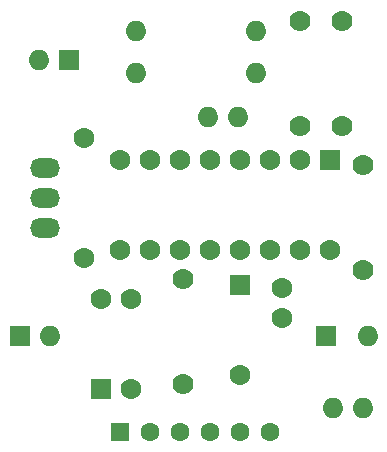
<source format=gtl>
%FSLAX44Y44*%
%MOMM*%
G71*
G01*
G75*
G04 Layer_Physical_Order=1*
G04 Layer_Color=255*
%ADD10C,1.7780*%
%ADD11C,1.6000*%
%ADD12R,1.6000X1.6000*%
%ADD13R,1.7556X1.7634*%
%ADD14O,1.7556X1.7634*%
%ADD15R,1.7634X1.7556*%
%ADD16O,1.7634X1.7556*%
%ADD17O,2.5400X1.6764*%
D10*
X327660Y152400D02*
D03*
Y241300D02*
D03*
X175260Y55880D02*
D03*
Y144780D02*
D03*
X274320Y274320D02*
D03*
Y363220D02*
D03*
X309880Y274320D02*
D03*
Y363220D02*
D03*
D11*
X248920Y15240D02*
D03*
X223520D02*
D03*
X198120D02*
D03*
X172720D02*
D03*
X147320D02*
D03*
D12*
X121920D02*
D03*
D13*
X299720Y245520D02*
D03*
X105441Y51401D02*
D03*
X223520Y139700D02*
D03*
D14*
X274320Y245520D02*
D03*
X248920D02*
D03*
X223520D02*
D03*
X198120D02*
D03*
X172720D02*
D03*
X147320D02*
D03*
X121920D02*
D03*
X299720Y169320D02*
D03*
X274320D02*
D03*
X248920D02*
D03*
X223520D02*
D03*
X198120D02*
D03*
X172720D02*
D03*
X147320D02*
D03*
X121920D02*
D03*
X130841Y51401D02*
D03*
Y127601D02*
D03*
X105441D02*
D03*
X91440Y264360D02*
D03*
Y162360D02*
D03*
X259080Y111760D02*
D03*
Y137160D02*
D03*
X223520Y63500D02*
D03*
D15*
X36860Y96480D02*
D03*
X78740Y330200D02*
D03*
X296474Y96520D02*
D03*
D16*
X62260Y96480D02*
D03*
X53340Y330200D02*
D03*
X237120Y354240D02*
D03*
X135120D02*
D03*
Y318680D02*
D03*
X237120D02*
D03*
X196300Y281600D02*
D03*
X221700D02*
D03*
X331475Y96520D02*
D03*
X327660Y35560D02*
D03*
X302260D02*
D03*
D17*
X58420Y187960D02*
D03*
Y213360D02*
D03*
Y238760D02*
D03*
M02*

</source>
